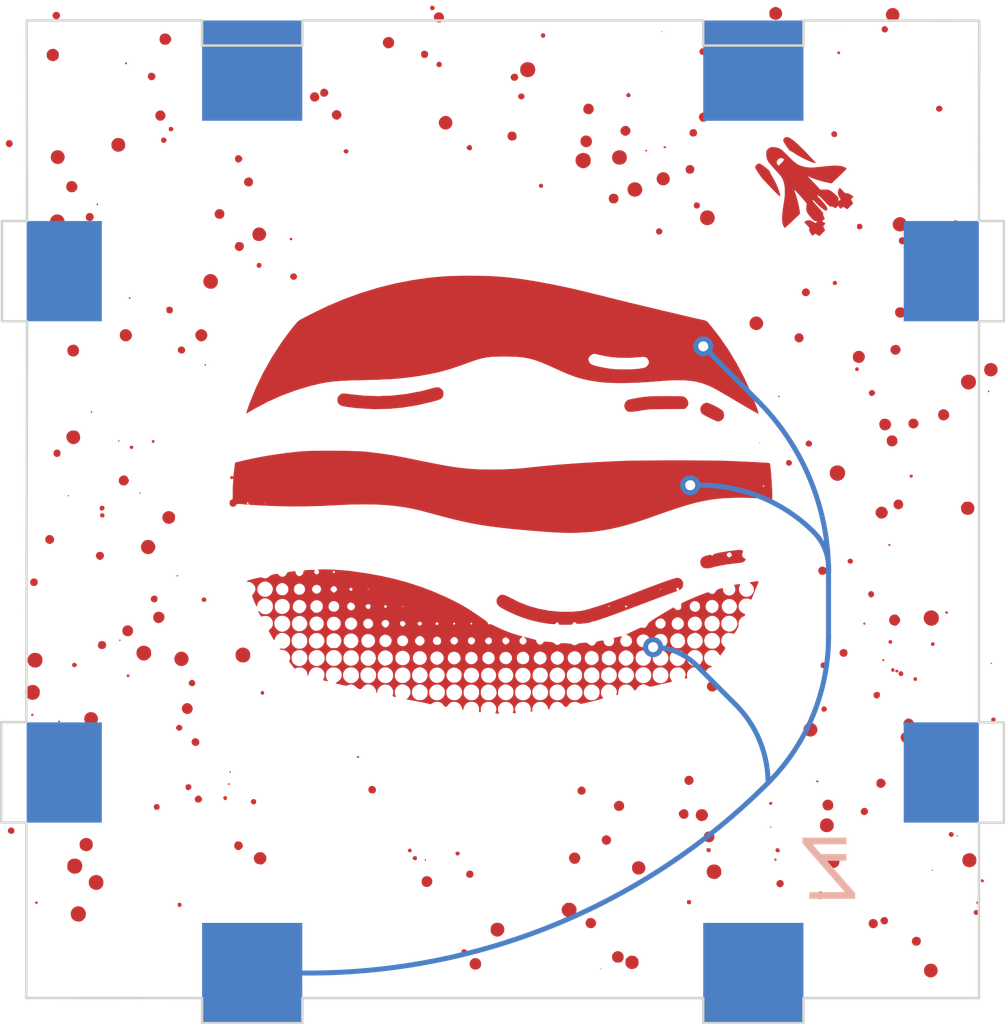
<source format=kicad_pcb>
(kicad_pcb (version 20210722) (generator pcbnew)
  (layers (0 "F.Cu" signal "Front") (31 "B.Cu" signal "Back") (34 "B.Paste" user) (35 "F.Paste" user) (36 "B.SilkS" user "B.Silkscreen") (37 "F.SilkS" user "F.Silkscreen") (38 "B.Mask" user) (39 "F.Mask" user) (44 "Edge.Cuts" user))
  (net 0 "")
  (footprint "LOGO" (layer "F.Cu") (at 33.680961 32.69556 90)
    (fp_text reference "G***" hide)
    (fp_text value "LOGO" hide)
  )
  (footprint "LOGO" (layer "F.Cu") (at 33.680961 32.69556 90)
    (fp_text reference "G***" hide)
    (fp_text value "LOGO" hide)
  )
  (footprint "LOGO" (layer "F.Cu") (at 33.680961 32.69556 90)
    (fp_text reference "G***" hide)
    (fp_text value "LOGO" hide)
  )
  (footprint "LOGO" (layer "F.Cu") (at 45.680961 48.69556)
    (fp_text reference "G***" hide)
    (fp_text value "LOGO" hide)
  )
  (footprint "LOGO" (layer "F.Cu") (at 33.680961 32.69556 90)
    (fp_text reference "G***" hide)
    (fp_text value "LOGO" hide)
  )
  (footprint "LOGO" (layer "F.Cu") (at 33.680961 32.69556 90)
    (fp_text reference "G***" hide)
    (fp_text value "LOGO" hide)
  )
  (footprint "LOGO" (layer "F.Cu") (at 33.680961 32.69556 90)
    (fp_text reference "G***" hide)
    (fp_text value "LOGO" hide)
  )
  (footprint "LOGO" (layer "F.Cu") (at 33.680961 32.69556 90)
    (fp_text reference "G***" hide)
    (fp_text value "LOGO" hide)
  )
  (footprint "Components:JoinPad" (layer "B.Cu") (at 23.680961 15.69556 180)
    (fp_text reference "REF**" hide)
    (fp_text value "JoinPad" hide)
  )
  (footprint "Components:JoinPad" (layer "B.Cu") (at 16.180961 43.69556 180)
    (fp_text reference "REF**" hide)
    (fp_text value "JoinPad" hide)
  )
  (footprint "Components:JoinPad" (layer "B.Cu") (at 51.180961 23.69556 180)
    (fp_text reference "REF**" hide)
    (fp_text value "JoinPad" hide)
  )
  (footprint "Components:JoinPad" (layer "B.Cu") (at 23.680961 51.69556 180)
    (fp_text reference "REF**" hide)
    (fp_text value "JoinPad" hide)
  )
  (footprint "Components:JoinPad" (layer "B.Cu") (at 43.680961 51.69556 180)
    (fp_text reference "REF**" hide)
    (fp_text value "JoinPad" hide)
  )
  (footprint "Components:JoinPad" (layer "B.Cu") (at 43.680961 15.69556 180)
    (fp_text reference "REF**" hide)
    (fp_text value "JoinPad" hide)
  )
  (footprint "Components:JoinPad" (layer "B.Cu") (at 16.180961 23.69556 180)
    (fp_text reference "REF**" hide)
    (fp_text value "JoinPad" hide)
  )
  (footprint "Components:JoinPad" (layer "B.Cu") (at 51.180961 43.69556 180)
    (fp_text reference "REF**" hide)
    (fp_text value "JoinPad" hide)
  )
  (gr_line (start 25.680961 14.69556) (end 21.680961 14.69556) (layer "Edge.Cuts") (width 0.1))
  (gr_line (start 53.680961 21.69556) (end 53.680961 25.69556) (layer "Edge.Cuts") (width 0.1))
  (gr_line (start 45.680961 53.69556) (end 41.680961 53.69556) (layer "Edge.Cuts") (width 0.1))
  (gr_line (start 14.695311 25.69556) (end 14.666611 41.68764) (layer "Edge.Cuts") (width 0.1))
  (gr_line (start 13.666611 41.68764) (end 14.666611 41.68764) (layer "Edge.Cuts") (width 0.1))
  (gr_line (start 52.680961 41.69556) (end 53.680961 41.69556) (layer "Edge.Cuts") (width 0.1))
  (gr_line (start 52.680961 45.69556) (end 52.680961 52.69556) (layer "Edge.Cuts") (width 0.1))
  (gr_line (start 25.680961 52.69556) (end 25.680961 53.69556) (layer "Edge.Cuts") (width 0.1))
  (gr_line (start 13.695311 21.69556) (end 14.695311 21.69556) (layer "Edge.Cuts") (width 0.1))
  (gr_line (start 41.680961 53.69556) (end 41.680961 52.69556) (layer "Edge.Cuts") (width 0.1))
  (gr_line (start 53.680961 41.69556) (end 53.680961 45.69556) (layer "Edge.Cuts") (width 0.1))
  (gr_line (start 52.680961 52.69556) (end 45.680961 52.69556) (layer "Edge.Cuts") (width 0.1))
  (gr_line (start 52.680961 25.69556) (end 52.680961 41.69556) (layer "Edge.Cuts") (width 0.1))
  (gr_line (start 14.695311 25.69556) (end 13.695311 25.69556) (layer "Edge.Cuts") (width 0.1))
  (gr_line (start 52.680961 21.69556) (end 53.680961 21.69556) (layer "Edge.Cuts") (width 0.1))
  (gr_line (start 53.680961 25.69556) (end 52.680961 25.69556) (layer "Edge.Cuts") (width 0.1))
  (gr_line (start 25.680961 53.69556) (end 21.680961 53.69556) (layer "Edge.Cuts") (width 0.1))
  (gr_line (start 45.680961 14.69556) (end 41.680961 14.69556) (layer "Edge.Cuts") (width 0.1))
  (gr_line (start 14.666611 45.68764) (end 13.666611 45.68764) (layer "Edge.Cuts") (width 0.1))
  (gr_line (start 45.680961 13.69556) (end 45.680961 14.69556) (layer "Edge.Cuts") (width 0.1))
  (gr_line (start 21.680961 53.69556) (end 21.680961 52.69556) (layer "Edge.Cuts") (width 0.1))
  (gr_line (start 21.680961 14.69556) (end 21.680961 13.69556) (layer "Edge.Cuts") (width 0.1))
  (gr_line (start 53.680961 45.69556) (end 52.680961 45.69556) (layer "Edge.Cuts") (width 0.1))
  (gr_line (start 25.680961 13.69556) (end 25.680961 14.69556) (layer "Edge.Cuts") (width 0.1))
  (gr_line (start 52.695311 13.70348) (end 52.680961 21.69556) (layer "Edge.Cuts") (width 0.1))
  (gr_line (start 13.666611 45.68764) (end 13.666611 41.68764) (layer "Edge.Cuts") (width 0.1))
  (gr_line (start 41.680961 13.69556) (end 25.680961 13.69556) (layer "Edge.Cuts") (width 0.1))
  (gr_line (start 14.680961 13.69556) (end 14.695311 21.69556) (layer "Edge.Cuts") (width 0.1))
  (gr_line (start 13.695311 25.69556) (end 13.695311 21.69556) (layer "Edge.Cuts") (width 0.1))
  (gr_line (start 45.680961 52.69556) (end 45.680961 53.69556) (layer "Edge.Cuts") (width 0.1))
  (gr_line (start 21.680961 13.69556) (end 14.680961 13.69556) (layer "Edge.Cuts") (width 0.1))
  (gr_line (start 21.680961 52.69556) (end 14.666611 52.68764) (layer "Edge.Cuts") (width 0.1))
  (gr_line (start 41.680961 14.69556) (end 41.680961 13.69556) (layer "Edge.Cuts") (width 0.1))
  (gr_line (start 52.695311 13.70348) (end 45.680961 13.69556) (layer "Edge.Cuts") (width 0.1))
  (gr_line (start 14.666611 45.68764) (end 14.666611 52.68764) (layer "Edge.Cuts") (width 0.1))
  (gr_line (start 41.680961 52.69556) (end 25.680961 52.69556) (layer "Edge.Cuts") (width 0.1))
  (via (at 39.680961 38.69556) (size 0.8) (drill 0.4) (layers "F.Cu" "B.Cu") (net 0))
  (via (at 41.16079 32.235316) (size 0.8) (drill 0.4) (layers "F.Cu" "B.Cu") (net 0))
  (via (at 41.680961 26.69556) (size 0.8) (drill 0.4) (layers "F.Cu" "B.Cu") (net 0))
  (segment (start 42.973807 40.988406) (end 41.388072 39.402671) (width 0.2) (layer "B.Cu") (net 0))
  (segment (start 43.852512 28.867111) (end 41.680961 26.69556) (width 0.2) (layer "B.Cu") (net 0))
  (segment (start 46.680961 35.69556) (end 46.680961 35.523987) (width 0.2) (layer "B.Cu") (net 0))
  (segment (start 41.569753 32.235316) (end 41.16079 32.235316) (width 0.2) (layer "B.Cu") (net 0))
  (segment (start 46.680961 38.281356) (end 46.680961 35.69556) (width 0.2) (layer "B.Cu") (net 0))
  (segment (start 23.680961 51.69556) (end 25.953075 51.69556) (width 0.2) (layer "B.Cu") (net 0))
  (arc (start 41.569753 32.235316) (mid 44.018925 32.722487) (end 46.095174 34.109773) (width 0.2) (layer "B.Cu") (net 0))
  (arc (start 46.680961 35.523987) (mid 46.52872 34.75862) (end 46.095174 34.109773) (width 0.2) (layer "B.Cu") (net 0))
  (arc (start 44.266748 44.109773) (mid 46.05353 41.435669) (end 46.680961 38.281356) (width 0.2) (layer "B.Cu") (net 0))
  (arc (start 39.680961 38.69556) (mid 40.604839 38.879332) (end 41.388072 39.402671) (width 0.2) (layer "B.Cu") (net 0))
  (arc (start 44.266748 44.109773) (mid 43.930724 42.420533) (end 42.973807 40.988406) (width 0.2) (layer "B.Cu") (net 0))
  (arc (start 44.266748 44.109773) (mid 35.864349 49.724085) (end 25.953075 51.69556) (width 0.2) (layer "B.Cu") (net 0))
  (arc (start 43.852512 28.867111) (mid 45.94587 32.000043) (end 46.680961 35.69556) (width 0.2) (layer "B.Cu") (net 0))
)
</source>
